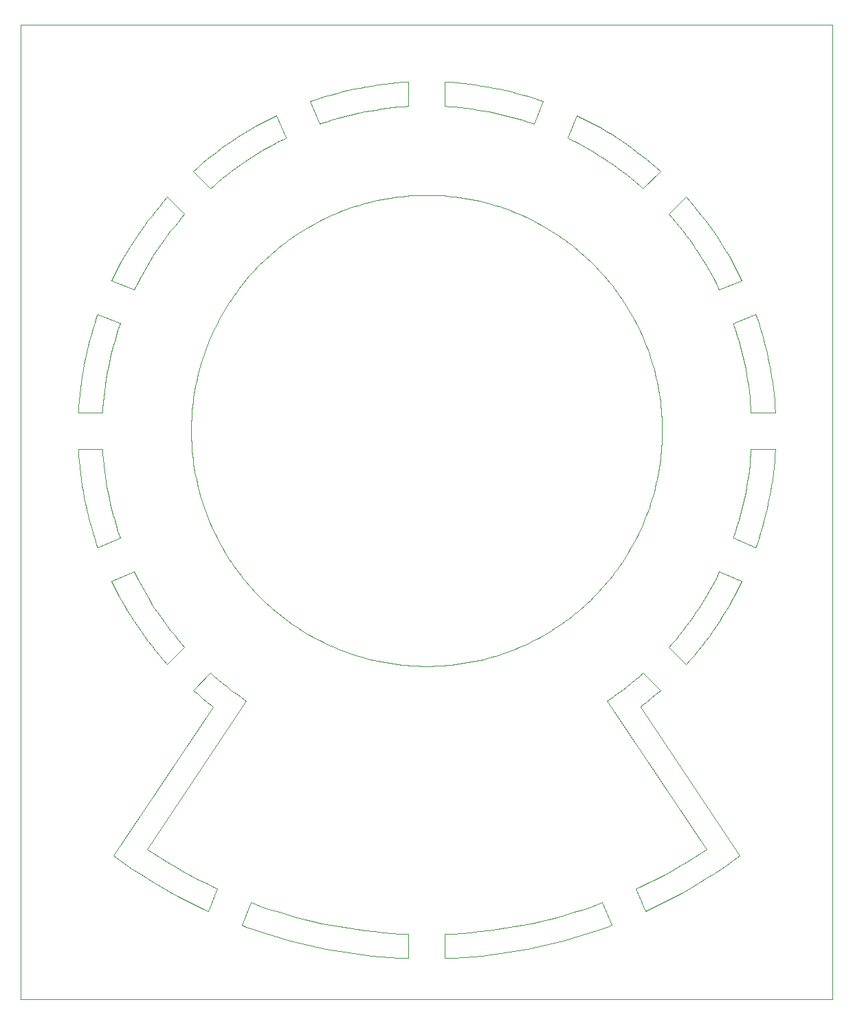
<source format=gm1>
G04 #@! TF.FileFunction,Profile,NP*
%FSLAX46Y46*%
G04 Gerber Fmt 4.6, Leading zero omitted, Abs format (unit mm)*
G04 Created by KiCad (PCBNEW 4.0.2-1.fc23-product) date Sat 04 Jun 2016 12:08:20 BST*
%MOMM*%
G01*
G04 APERTURE LIST*
%ADD10C,0.150000*%
%ADD11C,0.100000*%
G04 APERTURE END LIST*
D10*
D11*
X94750000Y-159250000D02*
X94750000Y-39250000D01*
X194750000Y-159250000D02*
X94750000Y-159250000D01*
X194750000Y-39250000D02*
X194750000Y-159250000D01*
X94750000Y-39250000D02*
X194750000Y-39250000D01*
X147000000Y-49310000D02*
X147000000Y-46310000D01*
X147000000Y-49310000D02*
X147540000Y-49350000D01*
X147540000Y-49350000D02*
X148240000Y-49400000D01*
X148240000Y-49400000D02*
X148930000Y-49470000D01*
X148930000Y-49470000D02*
X149620000Y-49550000D01*
X149620000Y-49550000D02*
X150320000Y-49640000D01*
X150320000Y-49640000D02*
X151010000Y-49740000D01*
X151010000Y-49740000D02*
X151700000Y-49860000D01*
X151700000Y-49860000D02*
X152380000Y-49980000D01*
X152380000Y-49980000D02*
X153070000Y-50120000D01*
X153070000Y-50120000D02*
X153750000Y-50280000D01*
X153750000Y-50280000D02*
X154430000Y-50440000D01*
X154430000Y-50440000D02*
X155100000Y-50610000D01*
X155100000Y-50610000D02*
X155780000Y-50800000D01*
X155780000Y-50800000D02*
X156440000Y-51000000D01*
X156440000Y-51000000D02*
X157110000Y-51210000D01*
X157110000Y-51210000D02*
X157770000Y-51430000D01*
X157770000Y-51430000D02*
X157960000Y-51490000D01*
X147000000Y-46310000D02*
X147000000Y-46310000D01*
X147000000Y-46310000D02*
X147750000Y-46350000D01*
X147750000Y-46350000D02*
X148500000Y-46410000D01*
X148500000Y-46410000D02*
X149240000Y-46490000D01*
X149240000Y-46490000D02*
X149990000Y-46570000D01*
X149990000Y-46570000D02*
X150730000Y-46670000D01*
X150730000Y-46670000D02*
X151480000Y-46780000D01*
X151480000Y-46780000D02*
X152220000Y-46900000D01*
X152220000Y-46900000D02*
X152950000Y-47040000D01*
X152950000Y-47040000D02*
X153690000Y-47190000D01*
X153690000Y-47190000D02*
X154420000Y-47350000D01*
X154420000Y-47350000D02*
X155150000Y-47530000D01*
X155150000Y-47530000D02*
X155880000Y-47720000D01*
X155880000Y-47720000D02*
X156600000Y-47920000D01*
X156600000Y-47920000D02*
X157320000Y-48130000D01*
X157320000Y-48130000D02*
X158040000Y-48350000D01*
X158040000Y-48350000D02*
X158750000Y-48590000D01*
X158750000Y-48590000D02*
X159100000Y-48720000D01*
X157960000Y-51490000D02*
X159100000Y-48720000D01*
X162110000Y-53210000D02*
X163260000Y-50440000D01*
X162110000Y-53210000D02*
X162280000Y-53300000D01*
X162280000Y-53300000D02*
X162910000Y-53610000D01*
X162910000Y-53610000D02*
X163530000Y-53930000D01*
X163530000Y-53930000D02*
X164140000Y-54270000D01*
X164140000Y-54270000D02*
X164750000Y-54610000D01*
X164750000Y-54610000D02*
X165350000Y-54960000D01*
X165350000Y-54960000D02*
X165950000Y-55330000D01*
X165950000Y-55330000D02*
X166540000Y-55700000D01*
X166540000Y-55700000D02*
X167120000Y-56090000D01*
X167120000Y-56090000D02*
X167690000Y-56480000D01*
X167690000Y-56480000D02*
X168260000Y-56890000D01*
X168260000Y-56890000D02*
X168820000Y-57300000D01*
X168820000Y-57300000D02*
X169380000Y-57730000D01*
X169380000Y-57730000D02*
X169920000Y-58160000D01*
X169920000Y-58160000D02*
X170460000Y-58610000D01*
X170460000Y-58610000D02*
X170990000Y-59060000D01*
X170990000Y-59060000D02*
X171400000Y-59420000D01*
X163260000Y-50440000D02*
X163600000Y-50600000D01*
X163600000Y-50600000D02*
X164270000Y-50940000D01*
X164270000Y-50940000D02*
X164940000Y-51280000D01*
X164940000Y-51280000D02*
X165600000Y-51640000D01*
X165600000Y-51640000D02*
X166250000Y-52010000D01*
X166250000Y-52010000D02*
X166900000Y-52390000D01*
X166900000Y-52390000D02*
X167540000Y-52780000D01*
X167540000Y-52780000D02*
X168170000Y-53190000D01*
X168170000Y-53190000D02*
X168800000Y-53600000D01*
X168800000Y-53600000D02*
X169410000Y-54030000D01*
X169410000Y-54030000D02*
X170020000Y-54460000D01*
X170020000Y-54460000D02*
X170630000Y-54910000D01*
X170630000Y-54910000D02*
X171220000Y-55370000D01*
X171220000Y-55370000D02*
X171810000Y-55830000D01*
X171810000Y-55830000D02*
X172390000Y-56310000D01*
X172390000Y-56310000D02*
X172960000Y-56800000D01*
X172960000Y-56800000D02*
X173520000Y-57290000D01*
X173520000Y-57290000D02*
X173520000Y-57290000D01*
X171400000Y-59420000D02*
X173520000Y-57290000D01*
X174580000Y-62600000D02*
X176710000Y-60480000D01*
X174580000Y-62600000D02*
X174940000Y-63010000D01*
X174940000Y-63010000D02*
X175390000Y-63540000D01*
X175390000Y-63540000D02*
X175840000Y-64080000D01*
X175840000Y-64080000D02*
X176270000Y-64620000D01*
X176270000Y-64620000D02*
X176700000Y-65180000D01*
X176700000Y-65180000D02*
X177110000Y-65740000D01*
X177110000Y-65740000D02*
X177520000Y-66310000D01*
X177520000Y-66310000D02*
X177910000Y-66880000D01*
X177910000Y-66880000D02*
X178300000Y-67460000D01*
X178300000Y-67460000D02*
X178670000Y-68050000D01*
X178670000Y-68050000D02*
X179040000Y-68650000D01*
X179040000Y-68650000D02*
X179390000Y-69250000D01*
X179390000Y-69250000D02*
X179730000Y-69860000D01*
X179730000Y-69860000D02*
X180070000Y-70470000D01*
X180070000Y-70470000D02*
X180390000Y-71090000D01*
X180390000Y-71090000D02*
X180700000Y-71720000D01*
X180700000Y-71720000D02*
X180790000Y-71890000D01*
X176710000Y-60480000D02*
X176710000Y-60480000D01*
X176710000Y-60480000D02*
X177200000Y-61040000D01*
X177200000Y-61040000D02*
X177690000Y-61610000D01*
X177690000Y-61610000D02*
X178170000Y-62190000D01*
X178170000Y-62190000D02*
X178630000Y-62780000D01*
X178630000Y-62780000D02*
X179090000Y-63370000D01*
X179090000Y-63370000D02*
X179540000Y-63980000D01*
X179540000Y-63980000D02*
X179970000Y-64590000D01*
X179970000Y-64590000D02*
X180400000Y-65200000D01*
X180400000Y-65200000D02*
X180810000Y-65830000D01*
X180810000Y-65830000D02*
X181220000Y-66460000D01*
X181220000Y-66460000D02*
X181610000Y-67100000D01*
X181610000Y-67100000D02*
X181990000Y-67750000D01*
X181990000Y-67750000D02*
X182360000Y-68400000D01*
X182360000Y-68400000D02*
X182720000Y-69060000D01*
X182720000Y-69060000D02*
X183060000Y-69730000D01*
X183060000Y-69730000D02*
X183400000Y-70400000D01*
X183400000Y-70400000D02*
X183560000Y-70740000D01*
X180790000Y-71890000D02*
X183560000Y-70740000D01*
X182510000Y-76040000D02*
X185280000Y-74900000D01*
X182510000Y-76040000D02*
X182570000Y-76230000D01*
X182570000Y-76230000D02*
X182790000Y-76890000D01*
X182790000Y-76890000D02*
X183000000Y-77560000D01*
X183000000Y-77560000D02*
X183200000Y-78220000D01*
X183200000Y-78220000D02*
X183390000Y-78900000D01*
X183390000Y-78900000D02*
X183560000Y-79570000D01*
X183560000Y-79570000D02*
X183720000Y-80250000D01*
X183720000Y-80250000D02*
X183880000Y-80930000D01*
X183880000Y-80930000D02*
X184020000Y-81620000D01*
X184020000Y-81620000D02*
X184140000Y-82300000D01*
X184140000Y-82300000D02*
X184260000Y-82990000D01*
X184260000Y-82990000D02*
X184360000Y-83680000D01*
X184360000Y-83680000D02*
X184450000Y-84380000D01*
X184450000Y-84380000D02*
X184530000Y-85070000D01*
X184530000Y-85070000D02*
X184600000Y-85760000D01*
X184600000Y-85760000D02*
X184650000Y-86460000D01*
X184650000Y-86460000D02*
X184690000Y-87000000D01*
X185280000Y-74900000D02*
X185410000Y-75250000D01*
X185410000Y-75250000D02*
X185650000Y-75960000D01*
X185650000Y-75960000D02*
X185870000Y-76680000D01*
X185870000Y-76680000D02*
X186080000Y-77400000D01*
X186080000Y-77400000D02*
X186280000Y-78120000D01*
X186280000Y-78120000D02*
X186470000Y-78850000D01*
X186470000Y-78850000D02*
X186650000Y-79580000D01*
X186650000Y-79580000D02*
X186810000Y-80310000D01*
X186810000Y-80310000D02*
X186960000Y-81050000D01*
X186960000Y-81050000D02*
X187100000Y-81780000D01*
X187100000Y-81780000D02*
X187220000Y-82520000D01*
X187220000Y-82520000D02*
X187330000Y-83270000D01*
X187330000Y-83270000D02*
X187430000Y-84010000D01*
X187430000Y-84010000D02*
X187510000Y-84760000D01*
X187510000Y-84760000D02*
X187590000Y-85500000D01*
X187590000Y-85500000D02*
X187650000Y-86250000D01*
X187650000Y-86250000D02*
X187690000Y-87000000D01*
X187690000Y-87000000D02*
X187690000Y-87000000D01*
X184690000Y-87000000D02*
X187690000Y-87000000D01*
X184690000Y-91500000D02*
X187690000Y-91500000D01*
X184690000Y-91500000D02*
X184650000Y-92040000D01*
X184650000Y-92040000D02*
X184600000Y-92740000D01*
X184600000Y-92740000D02*
X184530000Y-93430000D01*
X184530000Y-93430000D02*
X184450000Y-94120000D01*
X184450000Y-94120000D02*
X184360000Y-94820000D01*
X184360000Y-94820000D02*
X184260000Y-95510000D01*
X184260000Y-95510000D02*
X184140000Y-96200000D01*
X184140000Y-96200000D02*
X184020000Y-96880000D01*
X184020000Y-96880000D02*
X183880000Y-97570000D01*
X183880000Y-97570000D02*
X183720000Y-98250000D01*
X183720000Y-98250000D02*
X183560000Y-98930000D01*
X183560000Y-98930000D02*
X183390000Y-99600000D01*
X183390000Y-99600000D02*
X183200000Y-100280000D01*
X183200000Y-100280000D02*
X183000000Y-100940000D01*
X183000000Y-100940000D02*
X182790000Y-101610000D01*
X182790000Y-101610000D02*
X182570000Y-102270000D01*
X182570000Y-102270000D02*
X182510000Y-102460000D01*
X187690000Y-91500000D02*
X187690000Y-91500000D01*
X187690000Y-91500000D02*
X187650000Y-92250000D01*
X187650000Y-92250000D02*
X187590000Y-93000000D01*
X187590000Y-93000000D02*
X187510000Y-93740000D01*
X187510000Y-93740000D02*
X187430000Y-94490000D01*
X187430000Y-94490000D02*
X187330000Y-95230000D01*
X187330000Y-95230000D02*
X187220000Y-95980000D01*
X187220000Y-95980000D02*
X187100000Y-96720000D01*
X187100000Y-96720000D02*
X186960000Y-97450000D01*
X186960000Y-97450000D02*
X186810000Y-98190000D01*
X186810000Y-98190000D02*
X186650000Y-98920000D01*
X186650000Y-98920000D02*
X186470000Y-99650000D01*
X186470000Y-99650000D02*
X186280000Y-100380000D01*
X186280000Y-100380000D02*
X186080000Y-101100000D01*
X186080000Y-101100000D02*
X185870000Y-101820000D01*
X185870000Y-101820000D02*
X185650000Y-102540000D01*
X185650000Y-102540000D02*
X185410000Y-103250000D01*
X185410000Y-103250000D02*
X185280000Y-103600000D01*
X182510000Y-102460000D02*
X185280000Y-103600000D01*
X180790000Y-106610000D02*
X183560000Y-107760000D01*
X180790000Y-106610000D02*
X180700000Y-106780000D01*
X180700000Y-106780000D02*
X180390000Y-107410000D01*
X180390000Y-107410000D02*
X180070000Y-108030000D01*
X180070000Y-108030000D02*
X179730000Y-108640000D01*
X179730000Y-108640000D02*
X179390000Y-109250000D01*
X179390000Y-109250000D02*
X179040000Y-109850000D01*
X179040000Y-109850000D02*
X178670000Y-110450000D01*
X178670000Y-110450000D02*
X178300000Y-111040000D01*
X178300000Y-111040000D02*
X177910000Y-111620000D01*
X177910000Y-111620000D02*
X177520000Y-112190000D01*
X177520000Y-112190000D02*
X177110000Y-112760000D01*
X177110000Y-112760000D02*
X176700000Y-113320000D01*
X176700000Y-113320000D02*
X176270000Y-113880000D01*
X176270000Y-113880000D02*
X175840000Y-114420000D01*
X175840000Y-114420000D02*
X175390000Y-114960000D01*
X175390000Y-114960000D02*
X174940000Y-115490000D01*
X174940000Y-115490000D02*
X174580000Y-115900000D01*
X183560000Y-107760000D02*
X183400000Y-108100000D01*
X183400000Y-108100000D02*
X183060000Y-108770000D01*
X183060000Y-108770000D02*
X182720000Y-109440000D01*
X182720000Y-109440000D02*
X182360000Y-110100000D01*
X182360000Y-110100000D02*
X181990000Y-110750000D01*
X181990000Y-110750000D02*
X181610000Y-111400000D01*
X181610000Y-111400000D02*
X181220000Y-112040000D01*
X181220000Y-112040000D02*
X180810000Y-112670000D01*
X180810000Y-112670000D02*
X180400000Y-113300000D01*
X180400000Y-113300000D02*
X179970000Y-113910000D01*
X179970000Y-113910000D02*
X179540000Y-114520000D01*
X179540000Y-114520000D02*
X179090000Y-115130000D01*
X179090000Y-115130000D02*
X178630000Y-115720000D01*
X178630000Y-115720000D02*
X178170000Y-116310000D01*
X178170000Y-116310000D02*
X177690000Y-116890000D01*
X177690000Y-116890000D02*
X177200000Y-117460000D01*
X177200000Y-117460000D02*
X176710000Y-118020000D01*
X176710000Y-118020000D02*
X176710000Y-118020000D01*
X174580000Y-115900000D02*
X176710000Y-118020000D01*
X171400000Y-119080000D02*
X173520000Y-121210000D01*
X171400000Y-119080000D02*
X170990000Y-119440000D01*
X170990000Y-119440000D02*
X170460000Y-119890000D01*
X170460000Y-119890000D02*
X169920000Y-120340000D01*
X169920000Y-120340000D02*
X169380000Y-120770000D01*
X169380000Y-120770000D02*
X168820000Y-121200000D01*
X168820000Y-121200000D02*
X168260000Y-121610000D01*
X168260000Y-121610000D02*
X167690000Y-122020000D01*
X167690000Y-122020000D02*
X167120000Y-122410000D01*
X167120000Y-122410000D02*
X166970000Y-122510000D01*
X173520000Y-121210000D02*
X173520000Y-121210000D01*
X173520000Y-121210000D02*
X172960000Y-121700000D01*
X172960000Y-121700000D02*
X172390000Y-122190000D01*
X172390000Y-122190000D02*
X171810000Y-122670000D01*
X171810000Y-122670000D02*
X171220000Y-123130000D01*
X171220000Y-123130000D02*
X171080000Y-123250000D01*
X166970000Y-122510000D02*
X179200000Y-140800000D01*
X171080000Y-123250000D02*
X183310000Y-141570000D01*
X179200000Y-140800000D02*
X178520000Y-141250000D01*
X178520000Y-141250000D02*
X177600000Y-141830000D01*
X177600000Y-141830000D02*
X176680000Y-142390000D01*
X176680000Y-142390000D02*
X175750000Y-142940000D01*
X175750000Y-142940000D02*
X174810000Y-143480000D01*
X174810000Y-143480000D02*
X173860000Y-143990000D01*
X173860000Y-143990000D02*
X172900000Y-144490000D01*
X172900000Y-144490000D02*
X171930000Y-144980000D01*
X171930000Y-144980000D02*
X170950000Y-145440000D01*
X170950000Y-145440000D02*
X170540000Y-145630000D01*
X183310000Y-141570000D02*
X182960000Y-141840000D01*
X182960000Y-141840000D02*
X182030000Y-142490000D01*
X182030000Y-142490000D02*
X181100000Y-143140000D01*
X181100000Y-143140000D02*
X180150000Y-143760000D01*
X180150000Y-143760000D02*
X179190000Y-144370000D01*
X179190000Y-144370000D02*
X178230000Y-144970000D01*
X178230000Y-144970000D02*
X177250000Y-145540000D01*
X177250000Y-145540000D02*
X176260000Y-146100000D01*
X176260000Y-146100000D02*
X175270000Y-146640000D01*
X175270000Y-146640000D02*
X174260000Y-147170000D01*
X174260000Y-147170000D02*
X173240000Y-147670000D01*
X173240000Y-147670000D02*
X172220000Y-148160000D01*
X172220000Y-148160000D02*
X171680000Y-148410000D01*
X170540000Y-145630000D02*
X171680000Y-148410000D01*
X166380000Y-147350000D02*
X167530000Y-150130000D01*
X166380000Y-147350000D02*
X165960000Y-147510000D01*
X165960000Y-147510000D02*
X164940000Y-147870000D01*
X164940000Y-147870000D02*
X163910000Y-148220000D01*
X163910000Y-148220000D02*
X162880000Y-148540000D01*
X162880000Y-148540000D02*
X161840000Y-148850000D01*
X161840000Y-148850000D02*
X160800000Y-149140000D01*
X160800000Y-149140000D02*
X159750000Y-149410000D01*
X159750000Y-149410000D02*
X158700000Y-149660000D01*
X158700000Y-149660000D02*
X157640000Y-149900000D01*
X157640000Y-149900000D02*
X156580000Y-150110000D01*
X156580000Y-150110000D02*
X155520000Y-150310000D01*
X155520000Y-150310000D02*
X154450000Y-150490000D01*
X154450000Y-150490000D02*
X153380000Y-150650000D01*
X153380000Y-150650000D02*
X152310000Y-150790000D01*
X152310000Y-150790000D02*
X151230000Y-150910000D01*
X151230000Y-150910000D02*
X150150000Y-151010000D01*
X150150000Y-151010000D02*
X149070000Y-151100000D01*
X149070000Y-151100000D02*
X147990000Y-151170000D01*
X147990000Y-151170000D02*
X147000000Y-151210000D01*
X167530000Y-150130000D02*
X166980000Y-150330000D01*
X166980000Y-150330000D02*
X165910000Y-150710000D01*
X165910000Y-150710000D02*
X164840000Y-151070000D01*
X164840000Y-151070000D02*
X163750000Y-151410000D01*
X163750000Y-151410000D02*
X162670000Y-151730000D01*
X162670000Y-151730000D02*
X161570000Y-152040000D01*
X161570000Y-152040000D02*
X160470000Y-152320000D01*
X160470000Y-152320000D02*
X159370000Y-152580000D01*
X159370000Y-152580000D02*
X158260000Y-152830000D01*
X158260000Y-152830000D02*
X157150000Y-153060000D01*
X157150000Y-153060000D02*
X156040000Y-153260000D01*
X156040000Y-153260000D02*
X154920000Y-153450000D01*
X154920000Y-153450000D02*
X153800000Y-153620000D01*
X153800000Y-153620000D02*
X152670000Y-153770000D01*
X152670000Y-153770000D02*
X151540000Y-153890000D01*
X151540000Y-153890000D02*
X150420000Y-154000000D01*
X150420000Y-154000000D02*
X149280000Y-154090000D01*
X149280000Y-154090000D02*
X148150000Y-154160000D01*
X148150000Y-154160000D02*
X147020000Y-154210000D01*
X147020000Y-154210000D02*
X147000000Y-154210000D01*
X147000000Y-151210000D02*
X147000000Y-154210000D01*
X142500000Y-151210000D02*
X142500000Y-154210000D01*
X142500000Y-151210000D02*
X141510000Y-151170000D01*
X141510000Y-151170000D02*
X140430000Y-151100000D01*
X140430000Y-151100000D02*
X139350000Y-151010000D01*
X139350000Y-151010000D02*
X138270000Y-150910000D01*
X138270000Y-150910000D02*
X137190000Y-150790000D01*
X137190000Y-150790000D02*
X136120000Y-150650000D01*
X136120000Y-150650000D02*
X135050000Y-150490000D01*
X135050000Y-150490000D02*
X133980000Y-150310000D01*
X133980000Y-150310000D02*
X132920000Y-150110000D01*
X132920000Y-150110000D02*
X131860000Y-149900000D01*
X131860000Y-149900000D02*
X130800000Y-149660000D01*
X130800000Y-149660000D02*
X129750000Y-149410000D01*
X129750000Y-149410000D02*
X128700000Y-149140000D01*
X128700000Y-149140000D02*
X127660000Y-148850000D01*
X127660000Y-148850000D02*
X126620000Y-148540000D01*
X126620000Y-148540000D02*
X125590000Y-148220000D01*
X125590000Y-148220000D02*
X124560000Y-147870000D01*
X124560000Y-147870000D02*
X123540000Y-147510000D01*
X123540000Y-147510000D02*
X123120000Y-147350000D01*
X142500000Y-154210000D02*
X142480000Y-154210000D01*
X142480000Y-154210000D02*
X141350000Y-154160000D01*
X141350000Y-154160000D02*
X140220000Y-154090000D01*
X140220000Y-154090000D02*
X139080000Y-154000000D01*
X139080000Y-154000000D02*
X137960000Y-153890000D01*
X137960000Y-153890000D02*
X136830000Y-153770000D01*
X136830000Y-153770000D02*
X135700000Y-153620000D01*
X135700000Y-153620000D02*
X134580000Y-153450000D01*
X134580000Y-153450000D02*
X133460000Y-153260000D01*
X133460000Y-153260000D02*
X132350000Y-153060000D01*
X132350000Y-153060000D02*
X131240000Y-152830000D01*
X131240000Y-152830000D02*
X130130000Y-152580000D01*
X130130000Y-152580000D02*
X129030000Y-152320000D01*
X129030000Y-152320000D02*
X127930000Y-152040000D01*
X127930000Y-152040000D02*
X126830000Y-151730000D01*
X126830000Y-151730000D02*
X125750000Y-151410000D01*
X125750000Y-151410000D02*
X124660000Y-151070000D01*
X124660000Y-151070000D02*
X123590000Y-150710000D01*
X123590000Y-150710000D02*
X122520000Y-150330000D01*
X122520000Y-150330000D02*
X121970000Y-150130000D01*
X123120000Y-147350000D02*
X121970000Y-150130000D01*
X118960000Y-145630000D02*
X117820000Y-148410000D01*
X118960000Y-145630000D02*
X118550000Y-145440000D01*
X118550000Y-145440000D02*
X117570000Y-144980000D01*
X117570000Y-144980000D02*
X116600000Y-144490000D01*
X116600000Y-144490000D02*
X115640000Y-143990000D01*
X115640000Y-143990000D02*
X114690000Y-143480000D01*
X114690000Y-143480000D02*
X113750000Y-142940000D01*
X113750000Y-142940000D02*
X112820000Y-142390000D01*
X112820000Y-142390000D02*
X111900000Y-141830000D01*
X111900000Y-141830000D02*
X110980000Y-141250000D01*
X110980000Y-141250000D02*
X110300000Y-140800000D01*
X117820000Y-148410000D02*
X117280000Y-148160000D01*
X117280000Y-148160000D02*
X116260000Y-147670000D01*
X116260000Y-147670000D02*
X115240000Y-147170000D01*
X115240000Y-147170000D02*
X114230000Y-146640000D01*
X114230000Y-146640000D02*
X113240000Y-146100000D01*
X113240000Y-146100000D02*
X112250000Y-145540000D01*
X112250000Y-145540000D02*
X111270000Y-144970000D01*
X111270000Y-144970000D02*
X110310000Y-144370000D01*
X110310000Y-144370000D02*
X109350000Y-143760000D01*
X109350000Y-143760000D02*
X108400000Y-143140000D01*
X108400000Y-143140000D02*
X107470000Y-142490000D01*
X107470000Y-142490000D02*
X106540000Y-141840000D01*
X106540000Y-141840000D02*
X106190000Y-141570000D01*
X122530000Y-122510000D02*
X110300000Y-140800000D01*
X118420000Y-123250000D02*
X106190000Y-141570000D01*
X122530000Y-122510000D02*
X122380000Y-122410000D01*
X122380000Y-122410000D02*
X121810000Y-122020000D01*
X121810000Y-122020000D02*
X121240000Y-121610000D01*
X121240000Y-121610000D02*
X120680000Y-121200000D01*
X120680000Y-121200000D02*
X120120000Y-120770000D01*
X120120000Y-120770000D02*
X119580000Y-120340000D01*
X119580000Y-120340000D02*
X119040000Y-119890000D01*
X119040000Y-119890000D02*
X118510000Y-119440000D01*
X118510000Y-119440000D02*
X118100000Y-119080000D01*
X118420000Y-123250000D02*
X118280000Y-123130000D01*
X118280000Y-123130000D02*
X117690000Y-122670000D01*
X117690000Y-122670000D02*
X117110000Y-122190000D01*
X117110000Y-122190000D02*
X116540000Y-121700000D01*
X116540000Y-121700000D02*
X115980000Y-121210000D01*
X115980000Y-121210000D02*
X115980000Y-121210000D01*
X118100000Y-119080000D02*
X115980000Y-121210000D01*
X114920000Y-115900000D02*
X112790000Y-118020000D01*
X114920000Y-115900000D02*
X114560000Y-115490000D01*
X114560000Y-115490000D02*
X114110000Y-114960000D01*
X114110000Y-114960000D02*
X113660000Y-114420000D01*
X113660000Y-114420000D02*
X113230000Y-113880000D01*
X113230000Y-113880000D02*
X112800000Y-113320000D01*
X112800000Y-113320000D02*
X112390000Y-112760000D01*
X112390000Y-112760000D02*
X111980000Y-112190000D01*
X111980000Y-112190000D02*
X111590000Y-111620000D01*
X111590000Y-111620000D02*
X111200000Y-111040000D01*
X111200000Y-111040000D02*
X110830000Y-110450000D01*
X110830000Y-110450000D02*
X110460000Y-109850000D01*
X110460000Y-109850000D02*
X110110000Y-109250000D01*
X110110000Y-109250000D02*
X109770000Y-108640000D01*
X109770000Y-108640000D02*
X109430000Y-108030000D01*
X109430000Y-108030000D02*
X109110000Y-107410000D01*
X109110000Y-107410000D02*
X108800000Y-106780000D01*
X108800000Y-106780000D02*
X108710000Y-106610000D01*
X112790000Y-118020000D02*
X112790000Y-118020000D01*
X112790000Y-118020000D02*
X112300000Y-117460000D01*
X112300000Y-117460000D02*
X111810000Y-116890000D01*
X111810000Y-116890000D02*
X111330000Y-116310000D01*
X111330000Y-116310000D02*
X110870000Y-115720000D01*
X110870000Y-115720000D02*
X110410000Y-115130000D01*
X110410000Y-115130000D02*
X109960000Y-114520000D01*
X109960000Y-114520000D02*
X109530000Y-113910000D01*
X109530000Y-113910000D02*
X109100000Y-113300000D01*
X109100000Y-113300000D02*
X108690000Y-112670000D01*
X108690000Y-112670000D02*
X108280000Y-112040000D01*
X108280000Y-112040000D02*
X107890000Y-111400000D01*
X107890000Y-111400000D02*
X107510000Y-110750000D01*
X107510000Y-110750000D02*
X107140000Y-110100000D01*
X107140000Y-110100000D02*
X106780000Y-109440000D01*
X106780000Y-109440000D02*
X106440000Y-108770000D01*
X106440000Y-108770000D02*
X106100000Y-108100000D01*
X106100000Y-108100000D02*
X105940000Y-107760000D01*
X108710000Y-106610000D02*
X105940000Y-107760000D01*
X106990000Y-102460000D02*
X104220000Y-103600000D01*
X106990000Y-102460000D02*
X106930000Y-102270000D01*
X106930000Y-102270000D02*
X106710000Y-101610000D01*
X106710000Y-101610000D02*
X106500000Y-100940000D01*
X106500000Y-100940000D02*
X106300000Y-100280000D01*
X106300000Y-100280000D02*
X106110000Y-99600000D01*
X106110000Y-99600000D02*
X105940000Y-98930000D01*
X105940000Y-98930000D02*
X105780000Y-98250000D01*
X105780000Y-98250000D02*
X105620000Y-97570000D01*
X105620000Y-97570000D02*
X105480000Y-96880000D01*
X105480000Y-96880000D02*
X105360000Y-96200000D01*
X105360000Y-96200000D02*
X105240000Y-95510000D01*
X105240000Y-95510000D02*
X105140000Y-94820000D01*
X105140000Y-94820000D02*
X105050000Y-94120000D01*
X105050000Y-94120000D02*
X104970000Y-93430000D01*
X104970000Y-93430000D02*
X104900000Y-92740000D01*
X104900000Y-92740000D02*
X104850000Y-92040000D01*
X104850000Y-92040000D02*
X104810000Y-91500000D01*
X104220000Y-103600000D02*
X104090000Y-103250000D01*
X104090000Y-103250000D02*
X103850000Y-102540000D01*
X103850000Y-102540000D02*
X103630000Y-101820000D01*
X103630000Y-101820000D02*
X103420000Y-101100000D01*
X103420000Y-101100000D02*
X103220000Y-100380000D01*
X103220000Y-100380000D02*
X103030000Y-99650000D01*
X103030000Y-99650000D02*
X102850000Y-98920000D01*
X102850000Y-98920000D02*
X102690000Y-98190000D01*
X102690000Y-98190000D02*
X102540000Y-97450000D01*
X102540000Y-97450000D02*
X102400000Y-96720000D01*
X102400000Y-96720000D02*
X102280000Y-95980000D01*
X102280000Y-95980000D02*
X102170000Y-95230000D01*
X102170000Y-95230000D02*
X102070000Y-94490000D01*
X102070000Y-94490000D02*
X101990000Y-93740000D01*
X101990000Y-93740000D02*
X101910000Y-93000000D01*
X101910000Y-93000000D02*
X101850000Y-92250000D01*
X101850000Y-92250000D02*
X101810000Y-91500000D01*
X101810000Y-91500000D02*
X101810000Y-91500000D01*
X104810000Y-91500000D02*
X101810000Y-91500000D01*
X104810000Y-87000000D02*
X101810000Y-87000000D01*
X104810000Y-87000000D02*
X104850000Y-86460000D01*
X104850000Y-86460000D02*
X104900000Y-85760000D01*
X104900000Y-85760000D02*
X104970000Y-85070000D01*
X104970000Y-85070000D02*
X105050000Y-84380000D01*
X105050000Y-84380000D02*
X105140000Y-83680000D01*
X105140000Y-83680000D02*
X105240000Y-82990000D01*
X105240000Y-82990000D02*
X105360000Y-82300000D01*
X105360000Y-82300000D02*
X105480000Y-81620000D01*
X105480000Y-81620000D02*
X105620000Y-80930000D01*
X105620000Y-80930000D02*
X105780000Y-80250000D01*
X105780000Y-80250000D02*
X105940000Y-79570000D01*
X105940000Y-79570000D02*
X106110000Y-78900000D01*
X106110000Y-78900000D02*
X106300000Y-78220000D01*
X106300000Y-78220000D02*
X106500000Y-77560000D01*
X106500000Y-77560000D02*
X106710000Y-76890000D01*
X106710000Y-76890000D02*
X106930000Y-76230000D01*
X106930000Y-76230000D02*
X106990000Y-76040000D01*
X101810000Y-87000000D02*
X101810000Y-87000000D01*
X101810000Y-87000000D02*
X101850000Y-86250000D01*
X101850000Y-86250000D02*
X101910000Y-85500000D01*
X101910000Y-85500000D02*
X101990000Y-84760000D01*
X101990000Y-84760000D02*
X102070000Y-84010000D01*
X102070000Y-84010000D02*
X102170000Y-83270000D01*
X102170000Y-83270000D02*
X102280000Y-82520000D01*
X102280000Y-82520000D02*
X102400000Y-81780000D01*
X102400000Y-81780000D02*
X102540000Y-81050000D01*
X102540000Y-81050000D02*
X102690000Y-80310000D01*
X102690000Y-80310000D02*
X102850000Y-79580000D01*
X102850000Y-79580000D02*
X103030000Y-78850000D01*
X103030000Y-78850000D02*
X103220000Y-78120000D01*
X103220000Y-78120000D02*
X103420000Y-77400000D01*
X103420000Y-77400000D02*
X103630000Y-76680000D01*
X103630000Y-76680000D02*
X103850000Y-75960000D01*
X103850000Y-75960000D02*
X104090000Y-75250000D01*
X104090000Y-75250000D02*
X104220000Y-74900000D01*
X106990000Y-76040000D02*
X104220000Y-74900000D01*
X108710000Y-71890000D02*
X105940000Y-70740000D01*
X108710000Y-71890000D02*
X108800000Y-71720000D01*
X108800000Y-71720000D02*
X109110000Y-71090000D01*
X109110000Y-71090000D02*
X109430000Y-70470000D01*
X109430000Y-70470000D02*
X109770000Y-69860000D01*
X109770000Y-69860000D02*
X110110000Y-69250000D01*
X110110000Y-69250000D02*
X110460000Y-68650000D01*
X110460000Y-68650000D02*
X110830000Y-68050000D01*
X110830000Y-68050000D02*
X111200000Y-67460000D01*
X111200000Y-67460000D02*
X111590000Y-66880000D01*
X111590000Y-66880000D02*
X111980000Y-66310000D01*
X111980000Y-66310000D02*
X112390000Y-65740000D01*
X112390000Y-65740000D02*
X112800000Y-65180000D01*
X112800000Y-65180000D02*
X113230000Y-64620000D01*
X113230000Y-64620000D02*
X113660000Y-64080000D01*
X113660000Y-64080000D02*
X114110000Y-63540000D01*
X114110000Y-63540000D02*
X114560000Y-63010000D01*
X114560000Y-63010000D02*
X114920000Y-62600000D01*
X105940000Y-70740000D02*
X106100000Y-70400000D01*
X106100000Y-70400000D02*
X106440000Y-69730000D01*
X106440000Y-69730000D02*
X106780000Y-69060000D01*
X106780000Y-69060000D02*
X107140000Y-68400000D01*
X107140000Y-68400000D02*
X107510000Y-67750000D01*
X107510000Y-67750000D02*
X107890000Y-67100000D01*
X107890000Y-67100000D02*
X108280000Y-66460000D01*
X108280000Y-66460000D02*
X108690000Y-65830000D01*
X108690000Y-65830000D02*
X109100000Y-65200000D01*
X109100000Y-65200000D02*
X109530000Y-64590000D01*
X109530000Y-64590000D02*
X109960000Y-63980000D01*
X109960000Y-63980000D02*
X110410000Y-63370000D01*
X110410000Y-63370000D02*
X110870000Y-62780000D01*
X110870000Y-62780000D02*
X111330000Y-62190000D01*
X111330000Y-62190000D02*
X111810000Y-61610000D01*
X111810000Y-61610000D02*
X112300000Y-61040000D01*
X112300000Y-61040000D02*
X112790000Y-60480000D01*
X112790000Y-60480000D02*
X112790000Y-60480000D01*
X114920000Y-62600000D02*
X112790000Y-60480000D01*
X118100000Y-59420000D02*
X115980000Y-57290000D01*
X118100000Y-59420000D02*
X118510000Y-59060000D01*
X118510000Y-59060000D02*
X119040000Y-58610000D01*
X119040000Y-58610000D02*
X119580000Y-58160000D01*
X119580000Y-58160000D02*
X120120000Y-57730000D01*
X120120000Y-57730000D02*
X120680000Y-57300000D01*
X120680000Y-57300000D02*
X121240000Y-56890000D01*
X121240000Y-56890000D02*
X121810000Y-56480000D01*
X121810000Y-56480000D02*
X122380000Y-56090000D01*
X122380000Y-56090000D02*
X122960000Y-55700000D01*
X122960000Y-55700000D02*
X123550000Y-55330000D01*
X123550000Y-55330000D02*
X124150000Y-54960000D01*
X124150000Y-54960000D02*
X124750000Y-54610000D01*
X124750000Y-54610000D02*
X125360000Y-54270000D01*
X125360000Y-54270000D02*
X125970000Y-53930000D01*
X125970000Y-53930000D02*
X126590000Y-53610000D01*
X126590000Y-53610000D02*
X127220000Y-53300000D01*
X127220000Y-53300000D02*
X127390000Y-53210000D01*
X115980000Y-57290000D02*
X115980000Y-57290000D01*
X115980000Y-57290000D02*
X116540000Y-56800000D01*
X116540000Y-56800000D02*
X117110000Y-56310000D01*
X117110000Y-56310000D02*
X117690000Y-55830000D01*
X117690000Y-55830000D02*
X118280000Y-55370000D01*
X118280000Y-55370000D02*
X118870000Y-54910000D01*
X118870000Y-54910000D02*
X119480000Y-54460000D01*
X119480000Y-54460000D02*
X120090000Y-54030000D01*
X120090000Y-54030000D02*
X120700000Y-53600000D01*
X120700000Y-53600000D02*
X121330000Y-53190000D01*
X121330000Y-53190000D02*
X121960000Y-52780000D01*
X121960000Y-52780000D02*
X122600000Y-52390000D01*
X122600000Y-52390000D02*
X123250000Y-52010000D01*
X123250000Y-52010000D02*
X123900000Y-51640000D01*
X123900000Y-51640000D02*
X124560000Y-51280000D01*
X124560000Y-51280000D02*
X125230000Y-50940000D01*
X125230000Y-50940000D02*
X125900000Y-50600000D01*
X125900000Y-50600000D02*
X126240000Y-50440000D01*
X127390000Y-53210000D02*
X126240000Y-50440000D01*
X131540000Y-51490000D02*
X130400000Y-48720000D01*
X131540000Y-51490000D02*
X131730000Y-51430000D01*
X131730000Y-51430000D02*
X132390000Y-51210000D01*
X132390000Y-51210000D02*
X133060000Y-51000000D01*
X133060000Y-51000000D02*
X133720000Y-50800000D01*
X133720000Y-50800000D02*
X134400000Y-50610000D01*
X134400000Y-50610000D02*
X135070000Y-50440000D01*
X135070000Y-50440000D02*
X135750000Y-50280000D01*
X135750000Y-50280000D02*
X136430000Y-50120000D01*
X136430000Y-50120000D02*
X137120000Y-49980000D01*
X137120000Y-49980000D02*
X137800000Y-49860000D01*
X137800000Y-49860000D02*
X138490000Y-49740000D01*
X138490000Y-49740000D02*
X139180000Y-49640000D01*
X139180000Y-49640000D02*
X139880000Y-49550000D01*
X139880000Y-49550000D02*
X140570000Y-49470000D01*
X140570000Y-49470000D02*
X141260000Y-49400000D01*
X141260000Y-49400000D02*
X141960000Y-49350000D01*
X141960000Y-49350000D02*
X142500000Y-49310000D01*
X130400000Y-48720000D02*
X130750000Y-48590000D01*
X130750000Y-48590000D02*
X131460000Y-48350000D01*
X131460000Y-48350000D02*
X132180000Y-48130000D01*
X132180000Y-48130000D02*
X132900000Y-47920000D01*
X132900000Y-47920000D02*
X133620000Y-47720000D01*
X133620000Y-47720000D02*
X134350000Y-47530000D01*
X134350000Y-47530000D02*
X135080000Y-47350000D01*
X135080000Y-47350000D02*
X135810000Y-47190000D01*
X135810000Y-47190000D02*
X136550000Y-47040000D01*
X136550000Y-47040000D02*
X137280000Y-46900000D01*
X137280000Y-46900000D02*
X138020000Y-46780000D01*
X138020000Y-46780000D02*
X138770000Y-46670000D01*
X138770000Y-46670000D02*
X139510000Y-46570000D01*
X139510000Y-46570000D02*
X140260000Y-46490000D01*
X140260000Y-46490000D02*
X141000000Y-46410000D01*
X141000000Y-46410000D02*
X141750000Y-46350000D01*
X141750000Y-46350000D02*
X142500000Y-46310000D01*
X142500000Y-46310000D02*
X142500000Y-46310000D01*
X142500000Y-49310000D02*
X142500000Y-46310000D01*
X144750000Y-60250000D02*
X144750000Y-60250000D01*
X144750000Y-60250000D02*
X145260000Y-60250000D01*
X145260000Y-60250000D02*
X145760000Y-60270000D01*
X145760000Y-60270000D02*
X146270000Y-60290000D01*
X146270000Y-60290000D02*
X146770000Y-60320000D01*
X146770000Y-60320000D02*
X147280000Y-60360000D01*
X147280000Y-60360000D02*
X147780000Y-60410000D01*
X147780000Y-60410000D02*
X148280000Y-60470000D01*
X148280000Y-60470000D02*
X148790000Y-60530000D01*
X148790000Y-60530000D02*
X149290000Y-60610000D01*
X149290000Y-60610000D02*
X149790000Y-60690000D01*
X149790000Y-60690000D02*
X150280000Y-60780000D01*
X150280000Y-60780000D02*
X150780000Y-60880000D01*
X150780000Y-60880000D02*
X151270000Y-60990000D01*
X151270000Y-60990000D02*
X151770000Y-61110000D01*
X151770000Y-61110000D02*
X152260000Y-61240000D01*
X152260000Y-61240000D02*
X152740000Y-61370000D01*
X152740000Y-61370000D02*
X153230000Y-61520000D01*
X153230000Y-61520000D02*
X153710000Y-61670000D01*
X153710000Y-61670000D02*
X154190000Y-61830000D01*
X154190000Y-61830000D02*
X154670000Y-62000000D01*
X154670000Y-62000000D02*
X155140000Y-62180000D01*
X155140000Y-62180000D02*
X155610000Y-62360000D01*
X155610000Y-62360000D02*
X156080000Y-62560000D01*
X156080000Y-62560000D02*
X156550000Y-62760000D01*
X156550000Y-62760000D02*
X157010000Y-62970000D01*
X157010000Y-62970000D02*
X157460000Y-63180000D01*
X157460000Y-63180000D02*
X157920000Y-63410000D01*
X157920000Y-63410000D02*
X158360000Y-63640000D01*
X158360000Y-63640000D02*
X158810000Y-63890000D01*
X158810000Y-63890000D02*
X159250000Y-64140000D01*
X159250000Y-64140000D02*
X159690000Y-64390000D01*
X159690000Y-64390000D02*
X160120000Y-64660000D01*
X160120000Y-64660000D02*
X160540000Y-64930000D01*
X160540000Y-64930000D02*
X160970000Y-65210000D01*
X160970000Y-65210000D02*
X161380000Y-65490000D01*
X161380000Y-65490000D02*
X161800000Y-65790000D01*
X161800000Y-65790000D02*
X162200000Y-66090000D01*
X162200000Y-66090000D02*
X162600000Y-66400000D01*
X162600000Y-66400000D02*
X163000000Y-66710000D01*
X163000000Y-66710000D02*
X163390000Y-67030000D01*
X163390000Y-67030000D02*
X163780000Y-67360000D01*
X163780000Y-67360000D02*
X164150000Y-67700000D01*
X164150000Y-67700000D02*
X164530000Y-68040000D01*
X164530000Y-68040000D02*
X164900000Y-68390000D01*
X164900000Y-68390000D02*
X165260000Y-68740000D01*
X165260000Y-68740000D02*
X165610000Y-69100000D01*
X165610000Y-69100000D02*
X165960000Y-69470000D01*
X165960000Y-69470000D02*
X166300000Y-69850000D01*
X166300000Y-69850000D02*
X166640000Y-70220000D01*
X166640000Y-70220000D02*
X166970000Y-70610000D01*
X166970000Y-70610000D02*
X167290000Y-71000000D01*
X167290000Y-71000000D02*
X167600000Y-71400000D01*
X167600000Y-71400000D02*
X167910000Y-71800000D01*
X167910000Y-71800000D02*
X168210000Y-72200000D01*
X168210000Y-72200000D02*
X168510000Y-72620000D01*
X168510000Y-72620000D02*
X168790000Y-73030000D01*
X168790000Y-73030000D02*
X169070000Y-73460000D01*
X169070000Y-73460000D02*
X169340000Y-73880000D01*
X169340000Y-73880000D02*
X169610000Y-74310000D01*
X169610000Y-74310000D02*
X169860000Y-74750000D01*
X169860000Y-74750000D02*
X170110000Y-75190000D01*
X170110000Y-75190000D02*
X170360000Y-75640000D01*
X170360000Y-75640000D02*
X170590000Y-76080000D01*
X170590000Y-76080000D02*
X170820000Y-76540000D01*
X170820000Y-76540000D02*
X171030000Y-76990000D01*
X171030000Y-76990000D02*
X171240000Y-77450000D01*
X171240000Y-77450000D02*
X171440000Y-77920000D01*
X171440000Y-77920000D02*
X171640000Y-78390000D01*
X171640000Y-78390000D02*
X171820000Y-78860000D01*
X171820000Y-78860000D02*
X172000000Y-79330000D01*
X172000000Y-79330000D02*
X172170000Y-79810000D01*
X172170000Y-79810000D02*
X172330000Y-80290000D01*
X172330000Y-80290000D02*
X172480000Y-80770000D01*
X172480000Y-80770000D02*
X172630000Y-81260000D01*
X172630000Y-81260000D02*
X172760000Y-81740000D01*
X172760000Y-81740000D02*
X172890000Y-82230000D01*
X172890000Y-82230000D02*
X173010000Y-82730000D01*
X173010000Y-82730000D02*
X173120000Y-83220000D01*
X173120000Y-83220000D02*
X173220000Y-83720000D01*
X173220000Y-83720000D02*
X173310000Y-84210000D01*
X173310000Y-84210000D02*
X173390000Y-84710000D01*
X173390000Y-84710000D02*
X173470000Y-85210000D01*
X173470000Y-85210000D02*
X173530000Y-85720000D01*
X173530000Y-85720000D02*
X173590000Y-86220000D01*
X173590000Y-86220000D02*
X173640000Y-86720000D01*
X173640000Y-86720000D02*
X173680000Y-87230000D01*
X173680000Y-87230000D02*
X173710000Y-87730000D01*
X173710000Y-87730000D02*
X173730000Y-88240000D01*
X173730000Y-88240000D02*
X173750000Y-88740000D01*
X173750000Y-88740000D02*
X173750000Y-89250000D01*
X173750000Y-89250000D02*
X173750000Y-89760000D01*
X173750000Y-89760000D02*
X173730000Y-90260000D01*
X173730000Y-90260000D02*
X173710000Y-90770000D01*
X173710000Y-90770000D02*
X173680000Y-91270000D01*
X173680000Y-91270000D02*
X173640000Y-91780000D01*
X173640000Y-91780000D02*
X173590000Y-92280000D01*
X173590000Y-92280000D02*
X173530000Y-92780000D01*
X173530000Y-92780000D02*
X173470000Y-93290000D01*
X173470000Y-93290000D02*
X173390000Y-93790000D01*
X173390000Y-93790000D02*
X173310000Y-94290000D01*
X173310000Y-94290000D02*
X173220000Y-94780000D01*
X173220000Y-94780000D02*
X173120000Y-95280000D01*
X173120000Y-95280000D02*
X173010000Y-95770000D01*
X173010000Y-95770000D02*
X172890000Y-96270000D01*
X172890000Y-96270000D02*
X172760000Y-96760000D01*
X172760000Y-96760000D02*
X172630000Y-97240000D01*
X172630000Y-97240000D02*
X172480000Y-97730000D01*
X172480000Y-97730000D02*
X172330000Y-98210000D01*
X172330000Y-98210000D02*
X172170000Y-98690000D01*
X172170000Y-98690000D02*
X172000000Y-99170000D01*
X172000000Y-99170000D02*
X171820000Y-99640000D01*
X171820000Y-99640000D02*
X171640000Y-100110000D01*
X171640000Y-100110000D02*
X171440000Y-100580000D01*
X171440000Y-100580000D02*
X171240000Y-101050000D01*
X171240000Y-101050000D02*
X171030000Y-101510000D01*
X171030000Y-101510000D02*
X170820000Y-101960000D01*
X170820000Y-101960000D02*
X170590000Y-102420000D01*
X170590000Y-102420000D02*
X170360000Y-102860000D01*
X170360000Y-102860000D02*
X170110000Y-103310000D01*
X170110000Y-103310000D02*
X169860000Y-103750000D01*
X169860000Y-103750000D02*
X169610000Y-104190000D01*
X169610000Y-104190000D02*
X169340000Y-104620000D01*
X169340000Y-104620000D02*
X169070000Y-105040000D01*
X169070000Y-105040000D02*
X168790000Y-105470000D01*
X168790000Y-105470000D02*
X168510000Y-105880000D01*
X168510000Y-105880000D02*
X168210000Y-106300000D01*
X168210000Y-106300000D02*
X167910000Y-106700000D01*
X167910000Y-106700000D02*
X167600000Y-107100000D01*
X167600000Y-107100000D02*
X167290000Y-107500000D01*
X167290000Y-107500000D02*
X166970000Y-107890000D01*
X166970000Y-107890000D02*
X166640000Y-108280000D01*
X166640000Y-108280000D02*
X166300000Y-108650000D01*
X166300000Y-108650000D02*
X165960000Y-109030000D01*
X165960000Y-109030000D02*
X165610000Y-109400000D01*
X165610000Y-109400000D02*
X165260000Y-109760000D01*
X165260000Y-109760000D02*
X164900000Y-110110000D01*
X164900000Y-110110000D02*
X164530000Y-110460000D01*
X164530000Y-110460000D02*
X164150000Y-110800000D01*
X164150000Y-110800000D02*
X163780000Y-111140000D01*
X163780000Y-111140000D02*
X163390000Y-111470000D01*
X163390000Y-111470000D02*
X163000000Y-111790000D01*
X163000000Y-111790000D02*
X162600000Y-112100000D01*
X162600000Y-112100000D02*
X162200000Y-112410000D01*
X162200000Y-112410000D02*
X161800000Y-112710000D01*
X161800000Y-112710000D02*
X161380000Y-113010000D01*
X161380000Y-113010000D02*
X160970000Y-113290000D01*
X160970000Y-113290000D02*
X160540000Y-113570000D01*
X160540000Y-113570000D02*
X160120000Y-113840000D01*
X160120000Y-113840000D02*
X159690000Y-114110000D01*
X159690000Y-114110000D02*
X159250000Y-114360000D01*
X159250000Y-114360000D02*
X158810000Y-114610000D01*
X158810000Y-114610000D02*
X158360000Y-114860000D01*
X158360000Y-114860000D02*
X157920000Y-115090000D01*
X157920000Y-115090000D02*
X157460000Y-115320000D01*
X157460000Y-115320000D02*
X157010000Y-115530000D01*
X157010000Y-115530000D02*
X156550000Y-115740000D01*
X156550000Y-115740000D02*
X156080000Y-115940000D01*
X156080000Y-115940000D02*
X155610000Y-116140000D01*
X155610000Y-116140000D02*
X155140000Y-116320000D01*
X155140000Y-116320000D02*
X154670000Y-116500000D01*
X154670000Y-116500000D02*
X154190000Y-116670000D01*
X154190000Y-116670000D02*
X153710000Y-116830000D01*
X153710000Y-116830000D02*
X153230000Y-116980000D01*
X153230000Y-116980000D02*
X152740000Y-117130000D01*
X152740000Y-117130000D02*
X152260000Y-117260000D01*
X152260000Y-117260000D02*
X151770000Y-117390000D01*
X151770000Y-117390000D02*
X151270000Y-117510000D01*
X151270000Y-117510000D02*
X150780000Y-117620000D01*
X150780000Y-117620000D02*
X150280000Y-117720000D01*
X150280000Y-117720000D02*
X149790000Y-117810000D01*
X149790000Y-117810000D02*
X149290000Y-117890000D01*
X149290000Y-117890000D02*
X148790000Y-117970000D01*
X148790000Y-117970000D02*
X148280000Y-118030000D01*
X148280000Y-118030000D02*
X147780000Y-118090000D01*
X147780000Y-118090000D02*
X147280000Y-118140000D01*
X147280000Y-118140000D02*
X146770000Y-118180000D01*
X146770000Y-118180000D02*
X146270000Y-118210000D01*
X146270000Y-118210000D02*
X145760000Y-118230000D01*
X145760000Y-118230000D02*
X145260000Y-118250000D01*
X145260000Y-118250000D02*
X144750000Y-118250000D01*
X144750000Y-118250000D02*
X144240000Y-118250000D01*
X144240000Y-118250000D02*
X143740000Y-118230000D01*
X143740000Y-118230000D02*
X143230000Y-118210000D01*
X143230000Y-118210000D02*
X142730000Y-118180000D01*
X142730000Y-118180000D02*
X142220000Y-118140000D01*
X142220000Y-118140000D02*
X141720000Y-118090000D01*
X141720000Y-118090000D02*
X141220000Y-118030000D01*
X141220000Y-118030000D02*
X140710000Y-117970000D01*
X140710000Y-117970000D02*
X140210000Y-117890000D01*
X140210000Y-117890000D02*
X139710000Y-117810000D01*
X139710000Y-117810000D02*
X139220000Y-117720000D01*
X139220000Y-117720000D02*
X138720000Y-117620000D01*
X138720000Y-117620000D02*
X138230000Y-117510000D01*
X138230000Y-117510000D02*
X137730000Y-117390000D01*
X137730000Y-117390000D02*
X137240000Y-117260000D01*
X137240000Y-117260000D02*
X136760000Y-117130000D01*
X136760000Y-117130000D02*
X136270000Y-116980000D01*
X136270000Y-116980000D02*
X135790000Y-116830000D01*
X135790000Y-116830000D02*
X135310000Y-116670000D01*
X135310000Y-116670000D02*
X134830000Y-116500000D01*
X134830000Y-116500000D02*
X134360000Y-116320000D01*
X134360000Y-116320000D02*
X133890000Y-116140000D01*
X133890000Y-116140000D02*
X133420000Y-115940000D01*
X133420000Y-115940000D02*
X132950000Y-115740000D01*
X132950000Y-115740000D02*
X132490000Y-115530000D01*
X132490000Y-115530000D02*
X132040000Y-115320000D01*
X132040000Y-115320000D02*
X131580000Y-115090000D01*
X131580000Y-115090000D02*
X131140000Y-114860000D01*
X131140000Y-114860000D02*
X130690000Y-114610000D01*
X130690000Y-114610000D02*
X130250000Y-114360000D01*
X130250000Y-114360000D02*
X129810000Y-114110000D01*
X129810000Y-114110000D02*
X129380000Y-113840000D01*
X129380000Y-113840000D02*
X128960000Y-113570000D01*
X128960000Y-113570000D02*
X128530000Y-113290000D01*
X128530000Y-113290000D02*
X128120000Y-113010000D01*
X128120000Y-113010000D02*
X127700000Y-112710000D01*
X127700000Y-112710000D02*
X127300000Y-112410000D01*
X127300000Y-112410000D02*
X126900000Y-112100000D01*
X126900000Y-112100000D02*
X126500000Y-111790000D01*
X126500000Y-111790000D02*
X126110000Y-111470000D01*
X126110000Y-111470000D02*
X125720000Y-111140000D01*
X125720000Y-111140000D02*
X125350000Y-110800000D01*
X125350000Y-110800000D02*
X124970000Y-110460000D01*
X124970000Y-110460000D02*
X124600000Y-110110000D01*
X124600000Y-110110000D02*
X124240000Y-109760000D01*
X124240000Y-109760000D02*
X123890000Y-109400000D01*
X123890000Y-109400000D02*
X123540000Y-109030000D01*
X123540000Y-109030000D02*
X123200000Y-108650000D01*
X123200000Y-108650000D02*
X122860000Y-108280000D01*
X122860000Y-108280000D02*
X122530000Y-107890000D01*
X122530000Y-107890000D02*
X122210000Y-107500000D01*
X122210000Y-107500000D02*
X121900000Y-107100000D01*
X121900000Y-107100000D02*
X121590000Y-106700000D01*
X121590000Y-106700000D02*
X121290000Y-106300000D01*
X121290000Y-106300000D02*
X120990000Y-105880000D01*
X120990000Y-105880000D02*
X120710000Y-105470000D01*
X120710000Y-105470000D02*
X120430000Y-105040000D01*
X120430000Y-105040000D02*
X120160000Y-104620000D01*
X120160000Y-104620000D02*
X119890000Y-104190000D01*
X119890000Y-104190000D02*
X119640000Y-103750000D01*
X119640000Y-103750000D02*
X119390000Y-103310000D01*
X119390000Y-103310000D02*
X119140000Y-102860000D01*
X119140000Y-102860000D02*
X118910000Y-102420000D01*
X118910000Y-102420000D02*
X118680000Y-101960000D01*
X118680000Y-101960000D02*
X118470000Y-101510000D01*
X118470000Y-101510000D02*
X118260000Y-101050000D01*
X118260000Y-101050000D02*
X118060000Y-100580000D01*
X118060000Y-100580000D02*
X117860000Y-100110000D01*
X117860000Y-100110000D02*
X117680000Y-99640000D01*
X117680000Y-99640000D02*
X117500000Y-99170000D01*
X117500000Y-99170000D02*
X117330000Y-98690000D01*
X117330000Y-98690000D02*
X117170000Y-98210000D01*
X117170000Y-98210000D02*
X117020000Y-97730000D01*
X117020000Y-97730000D02*
X116870000Y-97240000D01*
X116870000Y-97240000D02*
X116740000Y-96760000D01*
X116740000Y-96760000D02*
X116610000Y-96270000D01*
X116610000Y-96270000D02*
X116490000Y-95770000D01*
X116490000Y-95770000D02*
X116380000Y-95280000D01*
X116380000Y-95280000D02*
X116280000Y-94780000D01*
X116280000Y-94780000D02*
X116190000Y-94290000D01*
X116190000Y-94290000D02*
X116110000Y-93790000D01*
X116110000Y-93790000D02*
X116030000Y-93290000D01*
X116030000Y-93290000D02*
X115970000Y-92780000D01*
X115970000Y-92780000D02*
X115910000Y-92280000D01*
X115910000Y-92280000D02*
X115860000Y-91780000D01*
X115860000Y-91780000D02*
X115820000Y-91270000D01*
X115820000Y-91270000D02*
X115790000Y-90770000D01*
X115790000Y-90770000D02*
X115770000Y-90260000D01*
X115770000Y-90260000D02*
X115750000Y-89760000D01*
X115750000Y-89760000D02*
X115750000Y-89250000D01*
X115750000Y-89250000D02*
X115750000Y-88740000D01*
X115750000Y-88740000D02*
X115770000Y-88240000D01*
X115770000Y-88240000D02*
X115790000Y-87730000D01*
X115790000Y-87730000D02*
X115820000Y-87230000D01*
X115820000Y-87230000D02*
X115860000Y-86720000D01*
X115860000Y-86720000D02*
X115910000Y-86220000D01*
X115910000Y-86220000D02*
X115970000Y-85720000D01*
X115970000Y-85720000D02*
X116030000Y-85210000D01*
X116030000Y-85210000D02*
X116110000Y-84710000D01*
X116110000Y-84710000D02*
X116190000Y-84210000D01*
X116190000Y-84210000D02*
X116280000Y-83720000D01*
X116280000Y-83720000D02*
X116380000Y-83220000D01*
X116380000Y-83220000D02*
X116490000Y-82730000D01*
X116490000Y-82730000D02*
X116610000Y-82230000D01*
X116610000Y-82230000D02*
X116740000Y-81740000D01*
X116740000Y-81740000D02*
X116870000Y-81260000D01*
X116870000Y-81260000D02*
X117020000Y-80770000D01*
X117020000Y-80770000D02*
X117170000Y-80290000D01*
X117170000Y-80290000D02*
X117330000Y-79810000D01*
X117330000Y-79810000D02*
X117500000Y-79330000D01*
X117500000Y-79330000D02*
X117680000Y-78860000D01*
X117680000Y-78860000D02*
X117860000Y-78390000D01*
X117860000Y-78390000D02*
X118060000Y-77920000D01*
X118060000Y-77920000D02*
X118260000Y-77450000D01*
X118260000Y-77450000D02*
X118470000Y-76990000D01*
X118470000Y-76990000D02*
X118680000Y-76540000D01*
X118680000Y-76540000D02*
X118910000Y-76080000D01*
X118910000Y-76080000D02*
X119140000Y-75640000D01*
X119140000Y-75640000D02*
X119390000Y-75190000D01*
X119390000Y-75190000D02*
X119640000Y-74750000D01*
X119640000Y-74750000D02*
X119890000Y-74310000D01*
X119890000Y-74310000D02*
X120160000Y-73880000D01*
X120160000Y-73880000D02*
X120430000Y-73460000D01*
X120430000Y-73460000D02*
X120710000Y-73030000D01*
X120710000Y-73030000D02*
X120990000Y-72620000D01*
X120990000Y-72620000D02*
X121290000Y-72200000D01*
X121290000Y-72200000D02*
X121590000Y-71800000D01*
X121590000Y-71800000D02*
X121900000Y-71400000D01*
X121900000Y-71400000D02*
X122210000Y-71000000D01*
X122210000Y-71000000D02*
X122530000Y-70610000D01*
X122530000Y-70610000D02*
X122860000Y-70220000D01*
X122860000Y-70220000D02*
X123200000Y-69850000D01*
X123200000Y-69850000D02*
X123540000Y-69470000D01*
X123540000Y-69470000D02*
X123890000Y-69100000D01*
X123890000Y-69100000D02*
X124240000Y-68740000D01*
X124240000Y-68740000D02*
X124600000Y-68390000D01*
X124600000Y-68390000D02*
X124970000Y-68040000D01*
X124970000Y-68040000D02*
X125350000Y-67700000D01*
X125350000Y-67700000D02*
X125720000Y-67360000D01*
X125720000Y-67360000D02*
X126110000Y-67030000D01*
X126110000Y-67030000D02*
X126500000Y-66710000D01*
X126500000Y-66710000D02*
X126900000Y-66400000D01*
X126900000Y-66400000D02*
X127300000Y-66090000D01*
X127300000Y-66090000D02*
X127700000Y-65790000D01*
X127700000Y-65790000D02*
X128120000Y-65490000D01*
X128120000Y-65490000D02*
X128530000Y-65210000D01*
X128530000Y-65210000D02*
X128960000Y-64930000D01*
X128960000Y-64930000D02*
X129380000Y-64660000D01*
X129380000Y-64660000D02*
X129810000Y-64390000D01*
X129810000Y-64390000D02*
X130250000Y-64140000D01*
X130250000Y-64140000D02*
X130690000Y-63890000D01*
X130690000Y-63890000D02*
X131140000Y-63640000D01*
X131140000Y-63640000D02*
X131580000Y-63410000D01*
X131580000Y-63410000D02*
X132040000Y-63180000D01*
X132040000Y-63180000D02*
X132490000Y-62970000D01*
X132490000Y-62970000D02*
X132950000Y-62760000D01*
X132950000Y-62760000D02*
X133420000Y-62560000D01*
X133420000Y-62560000D02*
X133890000Y-62360000D01*
X133890000Y-62360000D02*
X134360000Y-62180000D01*
X134360000Y-62180000D02*
X134830000Y-62000000D01*
X134830000Y-62000000D02*
X135310000Y-61830000D01*
X135310000Y-61830000D02*
X135790000Y-61670000D01*
X135790000Y-61670000D02*
X136270000Y-61520000D01*
X136270000Y-61520000D02*
X136760000Y-61370000D01*
X136760000Y-61370000D02*
X137240000Y-61240000D01*
X137240000Y-61240000D02*
X137730000Y-61110000D01*
X137730000Y-61110000D02*
X138230000Y-60990000D01*
X138230000Y-60990000D02*
X138720000Y-60880000D01*
X138720000Y-60880000D02*
X139220000Y-60780000D01*
X139220000Y-60780000D02*
X139710000Y-60690000D01*
X139710000Y-60690000D02*
X140210000Y-60610000D01*
X140210000Y-60610000D02*
X140710000Y-60530000D01*
X140710000Y-60530000D02*
X141220000Y-60470000D01*
X141220000Y-60470000D02*
X141720000Y-60410000D01*
X141720000Y-60410000D02*
X142220000Y-60360000D01*
X142220000Y-60360000D02*
X142730000Y-60320000D01*
X142730000Y-60320000D02*
X143230000Y-60290000D01*
X143230000Y-60290000D02*
X143740000Y-60270000D01*
X143740000Y-60270000D02*
X144240000Y-60250000D01*
X144240000Y-60250000D02*
X144750000Y-60250000D01*
X144750000Y-60250000D02*
X144750000Y-60250000D01*
M02*

</source>
